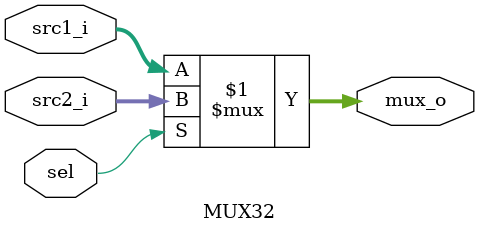
<source format=v>
module MUX32
(
    sel,
    src1_i,
    src2_i,
    mux_o
);

input sel;
input [31:0] src1_i;
input [31:0] src2_i;
output [31:0] mux_o;

assign mux_o = sel ? src2_i : src1_i;

endmodule
</source>
